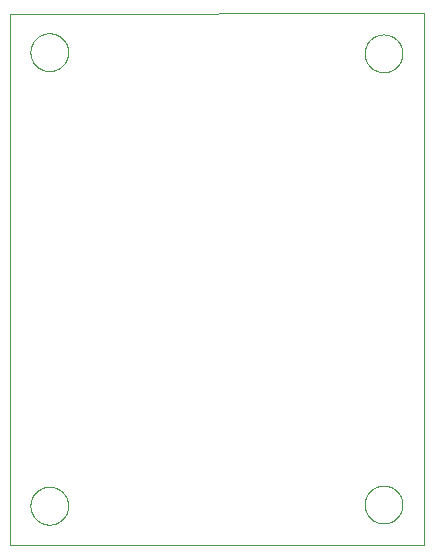
<source format=gko>
G75*
%MOIN*%
%OFA0B0*%
%FSLAX25Y25*%
%IPPOS*%
%LPD*%
%AMOC8*
5,1,8,0,0,1.08239X$1,22.5*
%
%ADD10C,0.00000*%
D10*
X0018729Y0011249D02*
X0018729Y0188020D01*
X0156524Y0188414D01*
X0156524Y0011249D01*
X0018729Y0011249D01*
X0025422Y0024241D02*
X0025424Y0024399D01*
X0025430Y0024557D01*
X0025440Y0024715D01*
X0025454Y0024873D01*
X0025472Y0025030D01*
X0025493Y0025187D01*
X0025519Y0025343D01*
X0025549Y0025499D01*
X0025582Y0025654D01*
X0025620Y0025807D01*
X0025661Y0025960D01*
X0025706Y0026112D01*
X0025755Y0026263D01*
X0025808Y0026412D01*
X0025864Y0026560D01*
X0025924Y0026706D01*
X0025988Y0026851D01*
X0026056Y0026994D01*
X0026127Y0027136D01*
X0026201Y0027276D01*
X0026279Y0027413D01*
X0026361Y0027549D01*
X0026445Y0027683D01*
X0026534Y0027814D01*
X0026625Y0027943D01*
X0026720Y0028070D01*
X0026817Y0028195D01*
X0026918Y0028317D01*
X0027022Y0028436D01*
X0027129Y0028553D01*
X0027239Y0028667D01*
X0027352Y0028778D01*
X0027467Y0028887D01*
X0027585Y0028992D01*
X0027706Y0029094D01*
X0027829Y0029194D01*
X0027955Y0029290D01*
X0028083Y0029383D01*
X0028213Y0029473D01*
X0028346Y0029559D01*
X0028481Y0029643D01*
X0028617Y0029722D01*
X0028756Y0029799D01*
X0028897Y0029871D01*
X0029039Y0029941D01*
X0029183Y0030006D01*
X0029329Y0030068D01*
X0029476Y0030126D01*
X0029625Y0030181D01*
X0029775Y0030232D01*
X0029926Y0030279D01*
X0030078Y0030322D01*
X0030231Y0030361D01*
X0030386Y0030397D01*
X0030541Y0030428D01*
X0030697Y0030456D01*
X0030853Y0030480D01*
X0031010Y0030500D01*
X0031168Y0030516D01*
X0031325Y0030528D01*
X0031484Y0030536D01*
X0031642Y0030540D01*
X0031800Y0030540D01*
X0031958Y0030536D01*
X0032117Y0030528D01*
X0032274Y0030516D01*
X0032432Y0030500D01*
X0032589Y0030480D01*
X0032745Y0030456D01*
X0032901Y0030428D01*
X0033056Y0030397D01*
X0033211Y0030361D01*
X0033364Y0030322D01*
X0033516Y0030279D01*
X0033667Y0030232D01*
X0033817Y0030181D01*
X0033966Y0030126D01*
X0034113Y0030068D01*
X0034259Y0030006D01*
X0034403Y0029941D01*
X0034545Y0029871D01*
X0034686Y0029799D01*
X0034825Y0029722D01*
X0034961Y0029643D01*
X0035096Y0029559D01*
X0035229Y0029473D01*
X0035359Y0029383D01*
X0035487Y0029290D01*
X0035613Y0029194D01*
X0035736Y0029094D01*
X0035857Y0028992D01*
X0035975Y0028887D01*
X0036090Y0028778D01*
X0036203Y0028667D01*
X0036313Y0028553D01*
X0036420Y0028436D01*
X0036524Y0028317D01*
X0036625Y0028195D01*
X0036722Y0028070D01*
X0036817Y0027943D01*
X0036908Y0027814D01*
X0036997Y0027683D01*
X0037081Y0027549D01*
X0037163Y0027413D01*
X0037241Y0027276D01*
X0037315Y0027136D01*
X0037386Y0026994D01*
X0037454Y0026851D01*
X0037518Y0026706D01*
X0037578Y0026560D01*
X0037634Y0026412D01*
X0037687Y0026263D01*
X0037736Y0026112D01*
X0037781Y0025960D01*
X0037822Y0025807D01*
X0037860Y0025654D01*
X0037893Y0025499D01*
X0037923Y0025343D01*
X0037949Y0025187D01*
X0037970Y0025030D01*
X0037988Y0024873D01*
X0038002Y0024715D01*
X0038012Y0024557D01*
X0038018Y0024399D01*
X0038020Y0024241D01*
X0038018Y0024083D01*
X0038012Y0023925D01*
X0038002Y0023767D01*
X0037988Y0023609D01*
X0037970Y0023452D01*
X0037949Y0023295D01*
X0037923Y0023139D01*
X0037893Y0022983D01*
X0037860Y0022828D01*
X0037822Y0022675D01*
X0037781Y0022522D01*
X0037736Y0022370D01*
X0037687Y0022219D01*
X0037634Y0022070D01*
X0037578Y0021922D01*
X0037518Y0021776D01*
X0037454Y0021631D01*
X0037386Y0021488D01*
X0037315Y0021346D01*
X0037241Y0021206D01*
X0037163Y0021069D01*
X0037081Y0020933D01*
X0036997Y0020799D01*
X0036908Y0020668D01*
X0036817Y0020539D01*
X0036722Y0020412D01*
X0036625Y0020287D01*
X0036524Y0020165D01*
X0036420Y0020046D01*
X0036313Y0019929D01*
X0036203Y0019815D01*
X0036090Y0019704D01*
X0035975Y0019595D01*
X0035857Y0019490D01*
X0035736Y0019388D01*
X0035613Y0019288D01*
X0035487Y0019192D01*
X0035359Y0019099D01*
X0035229Y0019009D01*
X0035096Y0018923D01*
X0034961Y0018839D01*
X0034825Y0018760D01*
X0034686Y0018683D01*
X0034545Y0018611D01*
X0034403Y0018541D01*
X0034259Y0018476D01*
X0034113Y0018414D01*
X0033966Y0018356D01*
X0033817Y0018301D01*
X0033667Y0018250D01*
X0033516Y0018203D01*
X0033364Y0018160D01*
X0033211Y0018121D01*
X0033056Y0018085D01*
X0032901Y0018054D01*
X0032745Y0018026D01*
X0032589Y0018002D01*
X0032432Y0017982D01*
X0032274Y0017966D01*
X0032117Y0017954D01*
X0031958Y0017946D01*
X0031800Y0017942D01*
X0031642Y0017942D01*
X0031484Y0017946D01*
X0031325Y0017954D01*
X0031168Y0017966D01*
X0031010Y0017982D01*
X0030853Y0018002D01*
X0030697Y0018026D01*
X0030541Y0018054D01*
X0030386Y0018085D01*
X0030231Y0018121D01*
X0030078Y0018160D01*
X0029926Y0018203D01*
X0029775Y0018250D01*
X0029625Y0018301D01*
X0029476Y0018356D01*
X0029329Y0018414D01*
X0029183Y0018476D01*
X0029039Y0018541D01*
X0028897Y0018611D01*
X0028756Y0018683D01*
X0028617Y0018760D01*
X0028481Y0018839D01*
X0028346Y0018923D01*
X0028213Y0019009D01*
X0028083Y0019099D01*
X0027955Y0019192D01*
X0027829Y0019288D01*
X0027706Y0019388D01*
X0027585Y0019490D01*
X0027467Y0019595D01*
X0027352Y0019704D01*
X0027239Y0019815D01*
X0027129Y0019929D01*
X0027022Y0020046D01*
X0026918Y0020165D01*
X0026817Y0020287D01*
X0026720Y0020412D01*
X0026625Y0020539D01*
X0026534Y0020668D01*
X0026445Y0020799D01*
X0026361Y0020933D01*
X0026279Y0021069D01*
X0026201Y0021206D01*
X0026127Y0021346D01*
X0026056Y0021488D01*
X0025988Y0021631D01*
X0025924Y0021776D01*
X0025864Y0021922D01*
X0025808Y0022070D01*
X0025755Y0022219D01*
X0025706Y0022370D01*
X0025661Y0022522D01*
X0025620Y0022675D01*
X0025582Y0022828D01*
X0025549Y0022983D01*
X0025519Y0023139D01*
X0025493Y0023295D01*
X0025472Y0023452D01*
X0025454Y0023609D01*
X0025440Y0023767D01*
X0025430Y0023925D01*
X0025424Y0024083D01*
X0025422Y0024241D01*
X0136840Y0024635D02*
X0136842Y0024793D01*
X0136848Y0024951D01*
X0136858Y0025109D01*
X0136872Y0025267D01*
X0136890Y0025424D01*
X0136911Y0025581D01*
X0136937Y0025737D01*
X0136967Y0025893D01*
X0137000Y0026048D01*
X0137038Y0026201D01*
X0137079Y0026354D01*
X0137124Y0026506D01*
X0137173Y0026657D01*
X0137226Y0026806D01*
X0137282Y0026954D01*
X0137342Y0027100D01*
X0137406Y0027245D01*
X0137474Y0027388D01*
X0137545Y0027530D01*
X0137619Y0027670D01*
X0137697Y0027807D01*
X0137779Y0027943D01*
X0137863Y0028077D01*
X0137952Y0028208D01*
X0138043Y0028337D01*
X0138138Y0028464D01*
X0138235Y0028589D01*
X0138336Y0028711D01*
X0138440Y0028830D01*
X0138547Y0028947D01*
X0138657Y0029061D01*
X0138770Y0029172D01*
X0138885Y0029281D01*
X0139003Y0029386D01*
X0139124Y0029488D01*
X0139247Y0029588D01*
X0139373Y0029684D01*
X0139501Y0029777D01*
X0139631Y0029867D01*
X0139764Y0029953D01*
X0139899Y0030037D01*
X0140035Y0030116D01*
X0140174Y0030193D01*
X0140315Y0030265D01*
X0140457Y0030335D01*
X0140601Y0030400D01*
X0140747Y0030462D01*
X0140894Y0030520D01*
X0141043Y0030575D01*
X0141193Y0030626D01*
X0141344Y0030673D01*
X0141496Y0030716D01*
X0141649Y0030755D01*
X0141804Y0030791D01*
X0141959Y0030822D01*
X0142115Y0030850D01*
X0142271Y0030874D01*
X0142428Y0030894D01*
X0142586Y0030910D01*
X0142743Y0030922D01*
X0142902Y0030930D01*
X0143060Y0030934D01*
X0143218Y0030934D01*
X0143376Y0030930D01*
X0143535Y0030922D01*
X0143692Y0030910D01*
X0143850Y0030894D01*
X0144007Y0030874D01*
X0144163Y0030850D01*
X0144319Y0030822D01*
X0144474Y0030791D01*
X0144629Y0030755D01*
X0144782Y0030716D01*
X0144934Y0030673D01*
X0145085Y0030626D01*
X0145235Y0030575D01*
X0145384Y0030520D01*
X0145531Y0030462D01*
X0145677Y0030400D01*
X0145821Y0030335D01*
X0145963Y0030265D01*
X0146104Y0030193D01*
X0146243Y0030116D01*
X0146379Y0030037D01*
X0146514Y0029953D01*
X0146647Y0029867D01*
X0146777Y0029777D01*
X0146905Y0029684D01*
X0147031Y0029588D01*
X0147154Y0029488D01*
X0147275Y0029386D01*
X0147393Y0029281D01*
X0147508Y0029172D01*
X0147621Y0029061D01*
X0147731Y0028947D01*
X0147838Y0028830D01*
X0147942Y0028711D01*
X0148043Y0028589D01*
X0148140Y0028464D01*
X0148235Y0028337D01*
X0148326Y0028208D01*
X0148415Y0028077D01*
X0148499Y0027943D01*
X0148581Y0027807D01*
X0148659Y0027670D01*
X0148733Y0027530D01*
X0148804Y0027388D01*
X0148872Y0027245D01*
X0148936Y0027100D01*
X0148996Y0026954D01*
X0149052Y0026806D01*
X0149105Y0026657D01*
X0149154Y0026506D01*
X0149199Y0026354D01*
X0149240Y0026201D01*
X0149278Y0026048D01*
X0149311Y0025893D01*
X0149341Y0025737D01*
X0149367Y0025581D01*
X0149388Y0025424D01*
X0149406Y0025267D01*
X0149420Y0025109D01*
X0149430Y0024951D01*
X0149436Y0024793D01*
X0149438Y0024635D01*
X0149436Y0024477D01*
X0149430Y0024319D01*
X0149420Y0024161D01*
X0149406Y0024003D01*
X0149388Y0023846D01*
X0149367Y0023689D01*
X0149341Y0023533D01*
X0149311Y0023377D01*
X0149278Y0023222D01*
X0149240Y0023069D01*
X0149199Y0022916D01*
X0149154Y0022764D01*
X0149105Y0022613D01*
X0149052Y0022464D01*
X0148996Y0022316D01*
X0148936Y0022170D01*
X0148872Y0022025D01*
X0148804Y0021882D01*
X0148733Y0021740D01*
X0148659Y0021600D01*
X0148581Y0021463D01*
X0148499Y0021327D01*
X0148415Y0021193D01*
X0148326Y0021062D01*
X0148235Y0020933D01*
X0148140Y0020806D01*
X0148043Y0020681D01*
X0147942Y0020559D01*
X0147838Y0020440D01*
X0147731Y0020323D01*
X0147621Y0020209D01*
X0147508Y0020098D01*
X0147393Y0019989D01*
X0147275Y0019884D01*
X0147154Y0019782D01*
X0147031Y0019682D01*
X0146905Y0019586D01*
X0146777Y0019493D01*
X0146647Y0019403D01*
X0146514Y0019317D01*
X0146379Y0019233D01*
X0146243Y0019154D01*
X0146104Y0019077D01*
X0145963Y0019005D01*
X0145821Y0018935D01*
X0145677Y0018870D01*
X0145531Y0018808D01*
X0145384Y0018750D01*
X0145235Y0018695D01*
X0145085Y0018644D01*
X0144934Y0018597D01*
X0144782Y0018554D01*
X0144629Y0018515D01*
X0144474Y0018479D01*
X0144319Y0018448D01*
X0144163Y0018420D01*
X0144007Y0018396D01*
X0143850Y0018376D01*
X0143692Y0018360D01*
X0143535Y0018348D01*
X0143376Y0018340D01*
X0143218Y0018336D01*
X0143060Y0018336D01*
X0142902Y0018340D01*
X0142743Y0018348D01*
X0142586Y0018360D01*
X0142428Y0018376D01*
X0142271Y0018396D01*
X0142115Y0018420D01*
X0141959Y0018448D01*
X0141804Y0018479D01*
X0141649Y0018515D01*
X0141496Y0018554D01*
X0141344Y0018597D01*
X0141193Y0018644D01*
X0141043Y0018695D01*
X0140894Y0018750D01*
X0140747Y0018808D01*
X0140601Y0018870D01*
X0140457Y0018935D01*
X0140315Y0019005D01*
X0140174Y0019077D01*
X0140035Y0019154D01*
X0139899Y0019233D01*
X0139764Y0019317D01*
X0139631Y0019403D01*
X0139501Y0019493D01*
X0139373Y0019586D01*
X0139247Y0019682D01*
X0139124Y0019782D01*
X0139003Y0019884D01*
X0138885Y0019989D01*
X0138770Y0020098D01*
X0138657Y0020209D01*
X0138547Y0020323D01*
X0138440Y0020440D01*
X0138336Y0020559D01*
X0138235Y0020681D01*
X0138138Y0020806D01*
X0138043Y0020933D01*
X0137952Y0021062D01*
X0137863Y0021193D01*
X0137779Y0021327D01*
X0137697Y0021463D01*
X0137619Y0021600D01*
X0137545Y0021740D01*
X0137474Y0021882D01*
X0137406Y0022025D01*
X0137342Y0022170D01*
X0137282Y0022316D01*
X0137226Y0022464D01*
X0137173Y0022613D01*
X0137124Y0022764D01*
X0137079Y0022916D01*
X0137038Y0023069D01*
X0137000Y0023222D01*
X0136967Y0023377D01*
X0136937Y0023533D01*
X0136911Y0023689D01*
X0136890Y0023846D01*
X0136872Y0024003D01*
X0136858Y0024161D01*
X0136848Y0024319D01*
X0136842Y0024477D01*
X0136840Y0024635D01*
X0136840Y0175028D02*
X0136842Y0175186D01*
X0136848Y0175344D01*
X0136858Y0175502D01*
X0136872Y0175660D01*
X0136890Y0175817D01*
X0136911Y0175974D01*
X0136937Y0176130D01*
X0136967Y0176286D01*
X0137000Y0176441D01*
X0137038Y0176594D01*
X0137079Y0176747D01*
X0137124Y0176899D01*
X0137173Y0177050D01*
X0137226Y0177199D01*
X0137282Y0177347D01*
X0137342Y0177493D01*
X0137406Y0177638D01*
X0137474Y0177781D01*
X0137545Y0177923D01*
X0137619Y0178063D01*
X0137697Y0178200D01*
X0137779Y0178336D01*
X0137863Y0178470D01*
X0137952Y0178601D01*
X0138043Y0178730D01*
X0138138Y0178857D01*
X0138235Y0178982D01*
X0138336Y0179104D01*
X0138440Y0179223D01*
X0138547Y0179340D01*
X0138657Y0179454D01*
X0138770Y0179565D01*
X0138885Y0179674D01*
X0139003Y0179779D01*
X0139124Y0179881D01*
X0139247Y0179981D01*
X0139373Y0180077D01*
X0139501Y0180170D01*
X0139631Y0180260D01*
X0139764Y0180346D01*
X0139899Y0180430D01*
X0140035Y0180509D01*
X0140174Y0180586D01*
X0140315Y0180658D01*
X0140457Y0180728D01*
X0140601Y0180793D01*
X0140747Y0180855D01*
X0140894Y0180913D01*
X0141043Y0180968D01*
X0141193Y0181019D01*
X0141344Y0181066D01*
X0141496Y0181109D01*
X0141649Y0181148D01*
X0141804Y0181184D01*
X0141959Y0181215D01*
X0142115Y0181243D01*
X0142271Y0181267D01*
X0142428Y0181287D01*
X0142586Y0181303D01*
X0142743Y0181315D01*
X0142902Y0181323D01*
X0143060Y0181327D01*
X0143218Y0181327D01*
X0143376Y0181323D01*
X0143535Y0181315D01*
X0143692Y0181303D01*
X0143850Y0181287D01*
X0144007Y0181267D01*
X0144163Y0181243D01*
X0144319Y0181215D01*
X0144474Y0181184D01*
X0144629Y0181148D01*
X0144782Y0181109D01*
X0144934Y0181066D01*
X0145085Y0181019D01*
X0145235Y0180968D01*
X0145384Y0180913D01*
X0145531Y0180855D01*
X0145677Y0180793D01*
X0145821Y0180728D01*
X0145963Y0180658D01*
X0146104Y0180586D01*
X0146243Y0180509D01*
X0146379Y0180430D01*
X0146514Y0180346D01*
X0146647Y0180260D01*
X0146777Y0180170D01*
X0146905Y0180077D01*
X0147031Y0179981D01*
X0147154Y0179881D01*
X0147275Y0179779D01*
X0147393Y0179674D01*
X0147508Y0179565D01*
X0147621Y0179454D01*
X0147731Y0179340D01*
X0147838Y0179223D01*
X0147942Y0179104D01*
X0148043Y0178982D01*
X0148140Y0178857D01*
X0148235Y0178730D01*
X0148326Y0178601D01*
X0148415Y0178470D01*
X0148499Y0178336D01*
X0148581Y0178200D01*
X0148659Y0178063D01*
X0148733Y0177923D01*
X0148804Y0177781D01*
X0148872Y0177638D01*
X0148936Y0177493D01*
X0148996Y0177347D01*
X0149052Y0177199D01*
X0149105Y0177050D01*
X0149154Y0176899D01*
X0149199Y0176747D01*
X0149240Y0176594D01*
X0149278Y0176441D01*
X0149311Y0176286D01*
X0149341Y0176130D01*
X0149367Y0175974D01*
X0149388Y0175817D01*
X0149406Y0175660D01*
X0149420Y0175502D01*
X0149430Y0175344D01*
X0149436Y0175186D01*
X0149438Y0175028D01*
X0149436Y0174870D01*
X0149430Y0174712D01*
X0149420Y0174554D01*
X0149406Y0174396D01*
X0149388Y0174239D01*
X0149367Y0174082D01*
X0149341Y0173926D01*
X0149311Y0173770D01*
X0149278Y0173615D01*
X0149240Y0173462D01*
X0149199Y0173309D01*
X0149154Y0173157D01*
X0149105Y0173006D01*
X0149052Y0172857D01*
X0148996Y0172709D01*
X0148936Y0172563D01*
X0148872Y0172418D01*
X0148804Y0172275D01*
X0148733Y0172133D01*
X0148659Y0171993D01*
X0148581Y0171856D01*
X0148499Y0171720D01*
X0148415Y0171586D01*
X0148326Y0171455D01*
X0148235Y0171326D01*
X0148140Y0171199D01*
X0148043Y0171074D01*
X0147942Y0170952D01*
X0147838Y0170833D01*
X0147731Y0170716D01*
X0147621Y0170602D01*
X0147508Y0170491D01*
X0147393Y0170382D01*
X0147275Y0170277D01*
X0147154Y0170175D01*
X0147031Y0170075D01*
X0146905Y0169979D01*
X0146777Y0169886D01*
X0146647Y0169796D01*
X0146514Y0169710D01*
X0146379Y0169626D01*
X0146243Y0169547D01*
X0146104Y0169470D01*
X0145963Y0169398D01*
X0145821Y0169328D01*
X0145677Y0169263D01*
X0145531Y0169201D01*
X0145384Y0169143D01*
X0145235Y0169088D01*
X0145085Y0169037D01*
X0144934Y0168990D01*
X0144782Y0168947D01*
X0144629Y0168908D01*
X0144474Y0168872D01*
X0144319Y0168841D01*
X0144163Y0168813D01*
X0144007Y0168789D01*
X0143850Y0168769D01*
X0143692Y0168753D01*
X0143535Y0168741D01*
X0143376Y0168733D01*
X0143218Y0168729D01*
X0143060Y0168729D01*
X0142902Y0168733D01*
X0142743Y0168741D01*
X0142586Y0168753D01*
X0142428Y0168769D01*
X0142271Y0168789D01*
X0142115Y0168813D01*
X0141959Y0168841D01*
X0141804Y0168872D01*
X0141649Y0168908D01*
X0141496Y0168947D01*
X0141344Y0168990D01*
X0141193Y0169037D01*
X0141043Y0169088D01*
X0140894Y0169143D01*
X0140747Y0169201D01*
X0140601Y0169263D01*
X0140457Y0169328D01*
X0140315Y0169398D01*
X0140174Y0169470D01*
X0140035Y0169547D01*
X0139899Y0169626D01*
X0139764Y0169710D01*
X0139631Y0169796D01*
X0139501Y0169886D01*
X0139373Y0169979D01*
X0139247Y0170075D01*
X0139124Y0170175D01*
X0139003Y0170277D01*
X0138885Y0170382D01*
X0138770Y0170491D01*
X0138657Y0170602D01*
X0138547Y0170716D01*
X0138440Y0170833D01*
X0138336Y0170952D01*
X0138235Y0171074D01*
X0138138Y0171199D01*
X0138043Y0171326D01*
X0137952Y0171455D01*
X0137863Y0171586D01*
X0137779Y0171720D01*
X0137697Y0171856D01*
X0137619Y0171993D01*
X0137545Y0172133D01*
X0137474Y0172275D01*
X0137406Y0172418D01*
X0137342Y0172563D01*
X0137282Y0172709D01*
X0137226Y0172857D01*
X0137173Y0173006D01*
X0137124Y0173157D01*
X0137079Y0173309D01*
X0137038Y0173462D01*
X0137000Y0173615D01*
X0136967Y0173770D01*
X0136937Y0173926D01*
X0136911Y0174082D01*
X0136890Y0174239D01*
X0136872Y0174396D01*
X0136858Y0174554D01*
X0136848Y0174712D01*
X0136842Y0174870D01*
X0136840Y0175028D01*
X0025422Y0175422D02*
X0025424Y0175580D01*
X0025430Y0175738D01*
X0025440Y0175896D01*
X0025454Y0176054D01*
X0025472Y0176211D01*
X0025493Y0176368D01*
X0025519Y0176524D01*
X0025549Y0176680D01*
X0025582Y0176835D01*
X0025620Y0176988D01*
X0025661Y0177141D01*
X0025706Y0177293D01*
X0025755Y0177444D01*
X0025808Y0177593D01*
X0025864Y0177741D01*
X0025924Y0177887D01*
X0025988Y0178032D01*
X0026056Y0178175D01*
X0026127Y0178317D01*
X0026201Y0178457D01*
X0026279Y0178594D01*
X0026361Y0178730D01*
X0026445Y0178864D01*
X0026534Y0178995D01*
X0026625Y0179124D01*
X0026720Y0179251D01*
X0026817Y0179376D01*
X0026918Y0179498D01*
X0027022Y0179617D01*
X0027129Y0179734D01*
X0027239Y0179848D01*
X0027352Y0179959D01*
X0027467Y0180068D01*
X0027585Y0180173D01*
X0027706Y0180275D01*
X0027829Y0180375D01*
X0027955Y0180471D01*
X0028083Y0180564D01*
X0028213Y0180654D01*
X0028346Y0180740D01*
X0028481Y0180824D01*
X0028617Y0180903D01*
X0028756Y0180980D01*
X0028897Y0181052D01*
X0029039Y0181122D01*
X0029183Y0181187D01*
X0029329Y0181249D01*
X0029476Y0181307D01*
X0029625Y0181362D01*
X0029775Y0181413D01*
X0029926Y0181460D01*
X0030078Y0181503D01*
X0030231Y0181542D01*
X0030386Y0181578D01*
X0030541Y0181609D01*
X0030697Y0181637D01*
X0030853Y0181661D01*
X0031010Y0181681D01*
X0031168Y0181697D01*
X0031325Y0181709D01*
X0031484Y0181717D01*
X0031642Y0181721D01*
X0031800Y0181721D01*
X0031958Y0181717D01*
X0032117Y0181709D01*
X0032274Y0181697D01*
X0032432Y0181681D01*
X0032589Y0181661D01*
X0032745Y0181637D01*
X0032901Y0181609D01*
X0033056Y0181578D01*
X0033211Y0181542D01*
X0033364Y0181503D01*
X0033516Y0181460D01*
X0033667Y0181413D01*
X0033817Y0181362D01*
X0033966Y0181307D01*
X0034113Y0181249D01*
X0034259Y0181187D01*
X0034403Y0181122D01*
X0034545Y0181052D01*
X0034686Y0180980D01*
X0034825Y0180903D01*
X0034961Y0180824D01*
X0035096Y0180740D01*
X0035229Y0180654D01*
X0035359Y0180564D01*
X0035487Y0180471D01*
X0035613Y0180375D01*
X0035736Y0180275D01*
X0035857Y0180173D01*
X0035975Y0180068D01*
X0036090Y0179959D01*
X0036203Y0179848D01*
X0036313Y0179734D01*
X0036420Y0179617D01*
X0036524Y0179498D01*
X0036625Y0179376D01*
X0036722Y0179251D01*
X0036817Y0179124D01*
X0036908Y0178995D01*
X0036997Y0178864D01*
X0037081Y0178730D01*
X0037163Y0178594D01*
X0037241Y0178457D01*
X0037315Y0178317D01*
X0037386Y0178175D01*
X0037454Y0178032D01*
X0037518Y0177887D01*
X0037578Y0177741D01*
X0037634Y0177593D01*
X0037687Y0177444D01*
X0037736Y0177293D01*
X0037781Y0177141D01*
X0037822Y0176988D01*
X0037860Y0176835D01*
X0037893Y0176680D01*
X0037923Y0176524D01*
X0037949Y0176368D01*
X0037970Y0176211D01*
X0037988Y0176054D01*
X0038002Y0175896D01*
X0038012Y0175738D01*
X0038018Y0175580D01*
X0038020Y0175422D01*
X0038018Y0175264D01*
X0038012Y0175106D01*
X0038002Y0174948D01*
X0037988Y0174790D01*
X0037970Y0174633D01*
X0037949Y0174476D01*
X0037923Y0174320D01*
X0037893Y0174164D01*
X0037860Y0174009D01*
X0037822Y0173856D01*
X0037781Y0173703D01*
X0037736Y0173551D01*
X0037687Y0173400D01*
X0037634Y0173251D01*
X0037578Y0173103D01*
X0037518Y0172957D01*
X0037454Y0172812D01*
X0037386Y0172669D01*
X0037315Y0172527D01*
X0037241Y0172387D01*
X0037163Y0172250D01*
X0037081Y0172114D01*
X0036997Y0171980D01*
X0036908Y0171849D01*
X0036817Y0171720D01*
X0036722Y0171593D01*
X0036625Y0171468D01*
X0036524Y0171346D01*
X0036420Y0171227D01*
X0036313Y0171110D01*
X0036203Y0170996D01*
X0036090Y0170885D01*
X0035975Y0170776D01*
X0035857Y0170671D01*
X0035736Y0170569D01*
X0035613Y0170469D01*
X0035487Y0170373D01*
X0035359Y0170280D01*
X0035229Y0170190D01*
X0035096Y0170104D01*
X0034961Y0170020D01*
X0034825Y0169941D01*
X0034686Y0169864D01*
X0034545Y0169792D01*
X0034403Y0169722D01*
X0034259Y0169657D01*
X0034113Y0169595D01*
X0033966Y0169537D01*
X0033817Y0169482D01*
X0033667Y0169431D01*
X0033516Y0169384D01*
X0033364Y0169341D01*
X0033211Y0169302D01*
X0033056Y0169266D01*
X0032901Y0169235D01*
X0032745Y0169207D01*
X0032589Y0169183D01*
X0032432Y0169163D01*
X0032274Y0169147D01*
X0032117Y0169135D01*
X0031958Y0169127D01*
X0031800Y0169123D01*
X0031642Y0169123D01*
X0031484Y0169127D01*
X0031325Y0169135D01*
X0031168Y0169147D01*
X0031010Y0169163D01*
X0030853Y0169183D01*
X0030697Y0169207D01*
X0030541Y0169235D01*
X0030386Y0169266D01*
X0030231Y0169302D01*
X0030078Y0169341D01*
X0029926Y0169384D01*
X0029775Y0169431D01*
X0029625Y0169482D01*
X0029476Y0169537D01*
X0029329Y0169595D01*
X0029183Y0169657D01*
X0029039Y0169722D01*
X0028897Y0169792D01*
X0028756Y0169864D01*
X0028617Y0169941D01*
X0028481Y0170020D01*
X0028346Y0170104D01*
X0028213Y0170190D01*
X0028083Y0170280D01*
X0027955Y0170373D01*
X0027829Y0170469D01*
X0027706Y0170569D01*
X0027585Y0170671D01*
X0027467Y0170776D01*
X0027352Y0170885D01*
X0027239Y0170996D01*
X0027129Y0171110D01*
X0027022Y0171227D01*
X0026918Y0171346D01*
X0026817Y0171468D01*
X0026720Y0171593D01*
X0026625Y0171720D01*
X0026534Y0171849D01*
X0026445Y0171980D01*
X0026361Y0172114D01*
X0026279Y0172250D01*
X0026201Y0172387D01*
X0026127Y0172527D01*
X0026056Y0172669D01*
X0025988Y0172812D01*
X0025924Y0172957D01*
X0025864Y0173103D01*
X0025808Y0173251D01*
X0025755Y0173400D01*
X0025706Y0173551D01*
X0025661Y0173703D01*
X0025620Y0173856D01*
X0025582Y0174009D01*
X0025549Y0174164D01*
X0025519Y0174320D01*
X0025493Y0174476D01*
X0025472Y0174633D01*
X0025454Y0174790D01*
X0025440Y0174948D01*
X0025430Y0175106D01*
X0025424Y0175264D01*
X0025422Y0175422D01*
M02*

</source>
